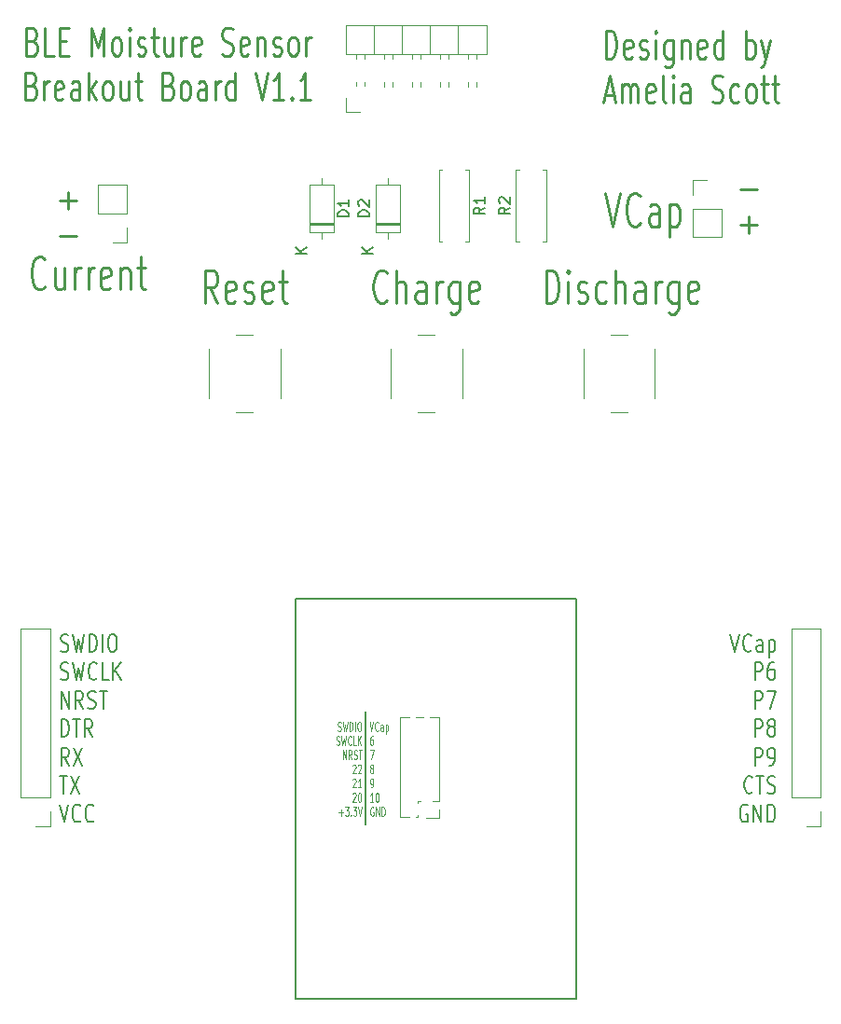
<source format=gto>
G04 #@! TF.GenerationSoftware,KiCad,Pcbnew,6.0.11-2627ca5db0~126~ubuntu20.04.1*
G04 #@! TF.CreationDate,2023-07-01T13:06:28-04:00*
G04 #@! TF.ProjectId,MoistureSensorBreakout,4d6f6973-7475-4726-9553-656e736f7242,rev?*
G04 #@! TF.SameCoordinates,Original*
G04 #@! TF.FileFunction,Legend,Top*
G04 #@! TF.FilePolarity,Positive*
%FSLAX46Y46*%
G04 Gerber Fmt 4.6, Leading zero omitted, Abs format (unit mm)*
G04 Created by KiCad (PCBNEW 6.0.11-2627ca5db0~126~ubuntu20.04.1) date 2023-07-01 13:06:28*
%MOMM*%
%LPD*%
G01*
G04 APERTURE LIST*
%ADD10C,0.250000*%
%ADD11C,0.150000*%
%ADD12C,0.100000*%
%ADD13C,0.120000*%
%ADD14R,1.700000X1.700000*%
%ADD15O,1.700000X1.700000*%
%ADD16R,1.600000X1.600000*%
%ADD17O,1.600000X1.600000*%
%ADD18C,2.000000*%
%ADD19C,1.600000*%
%ADD20O,1.000000X1.000000*%
%ADD21R,1.000000X1.000000*%
G04 APERTURE END LIST*
D10*
X163817261Y-53618452D02*
X163817261Y-51118452D01*
X164222023Y-51118452D01*
X164464880Y-51237500D01*
X164626785Y-51475595D01*
X164707738Y-51713690D01*
X164788690Y-52189880D01*
X164788690Y-52547023D01*
X164707738Y-53023214D01*
X164626785Y-53261309D01*
X164464880Y-53499404D01*
X164222023Y-53618452D01*
X163817261Y-53618452D01*
X166164880Y-53499404D02*
X166002976Y-53618452D01*
X165679166Y-53618452D01*
X165517261Y-53499404D01*
X165436309Y-53261309D01*
X165436309Y-52308928D01*
X165517261Y-52070833D01*
X165679166Y-51951785D01*
X166002976Y-51951785D01*
X166164880Y-52070833D01*
X166245833Y-52308928D01*
X166245833Y-52547023D01*
X165436309Y-52785119D01*
X166893452Y-53499404D02*
X167055357Y-53618452D01*
X167379166Y-53618452D01*
X167541071Y-53499404D01*
X167622023Y-53261309D01*
X167622023Y-53142261D01*
X167541071Y-52904166D01*
X167379166Y-52785119D01*
X167136309Y-52785119D01*
X166974404Y-52666071D01*
X166893452Y-52427976D01*
X166893452Y-52308928D01*
X166974404Y-52070833D01*
X167136309Y-51951785D01*
X167379166Y-51951785D01*
X167541071Y-52070833D01*
X168350595Y-53618452D02*
X168350595Y-51951785D01*
X168350595Y-51118452D02*
X168269642Y-51237500D01*
X168350595Y-51356547D01*
X168431547Y-51237500D01*
X168350595Y-51118452D01*
X168350595Y-51356547D01*
X169888690Y-51951785D02*
X169888690Y-53975595D01*
X169807738Y-54213690D01*
X169726785Y-54332738D01*
X169564880Y-54451785D01*
X169322023Y-54451785D01*
X169160119Y-54332738D01*
X169888690Y-53499404D02*
X169726785Y-53618452D01*
X169402976Y-53618452D01*
X169241071Y-53499404D01*
X169160119Y-53380357D01*
X169079166Y-53142261D01*
X169079166Y-52427976D01*
X169160119Y-52189880D01*
X169241071Y-52070833D01*
X169402976Y-51951785D01*
X169726785Y-51951785D01*
X169888690Y-52070833D01*
X170698214Y-51951785D02*
X170698214Y-53618452D01*
X170698214Y-52189880D02*
X170779166Y-52070833D01*
X170941071Y-51951785D01*
X171183928Y-51951785D01*
X171345833Y-52070833D01*
X171426785Y-52308928D01*
X171426785Y-53618452D01*
X172883928Y-53499404D02*
X172722023Y-53618452D01*
X172398214Y-53618452D01*
X172236309Y-53499404D01*
X172155357Y-53261309D01*
X172155357Y-52308928D01*
X172236309Y-52070833D01*
X172398214Y-51951785D01*
X172722023Y-51951785D01*
X172883928Y-52070833D01*
X172964880Y-52308928D01*
X172964880Y-52547023D01*
X172155357Y-52785119D01*
X174422023Y-53618452D02*
X174422023Y-51118452D01*
X174422023Y-53499404D02*
X174260119Y-53618452D01*
X173936309Y-53618452D01*
X173774404Y-53499404D01*
X173693452Y-53380357D01*
X173612500Y-53142261D01*
X173612500Y-52427976D01*
X173693452Y-52189880D01*
X173774404Y-52070833D01*
X173936309Y-51951785D01*
X174260119Y-51951785D01*
X174422023Y-52070833D01*
X176526785Y-53618452D02*
X176526785Y-51118452D01*
X176526785Y-52070833D02*
X176688690Y-51951785D01*
X177012500Y-51951785D01*
X177174404Y-52070833D01*
X177255357Y-52189880D01*
X177336309Y-52427976D01*
X177336309Y-53142261D01*
X177255357Y-53380357D01*
X177174404Y-53499404D01*
X177012500Y-53618452D01*
X176688690Y-53618452D01*
X176526785Y-53499404D01*
X177902976Y-51951785D02*
X178307738Y-53618452D01*
X178712500Y-51951785D02*
X178307738Y-53618452D01*
X178145833Y-54213690D01*
X178064880Y-54332738D01*
X177902976Y-54451785D01*
X163736309Y-56929166D02*
X164545833Y-56929166D01*
X163574404Y-57643452D02*
X164141071Y-55143452D01*
X164707738Y-57643452D01*
X165274404Y-57643452D02*
X165274404Y-55976785D01*
X165274404Y-56214880D02*
X165355357Y-56095833D01*
X165517261Y-55976785D01*
X165760119Y-55976785D01*
X165922023Y-56095833D01*
X166002976Y-56333928D01*
X166002976Y-57643452D01*
X166002976Y-56333928D02*
X166083928Y-56095833D01*
X166245833Y-55976785D01*
X166488690Y-55976785D01*
X166650595Y-56095833D01*
X166731547Y-56333928D01*
X166731547Y-57643452D01*
X168188690Y-57524404D02*
X168026785Y-57643452D01*
X167702976Y-57643452D01*
X167541071Y-57524404D01*
X167460119Y-57286309D01*
X167460119Y-56333928D01*
X167541071Y-56095833D01*
X167702976Y-55976785D01*
X168026785Y-55976785D01*
X168188690Y-56095833D01*
X168269642Y-56333928D01*
X168269642Y-56572023D01*
X167460119Y-56810119D01*
X169241071Y-57643452D02*
X169079166Y-57524404D01*
X168998214Y-57286309D01*
X168998214Y-55143452D01*
X169888690Y-57643452D02*
X169888690Y-55976785D01*
X169888690Y-55143452D02*
X169807738Y-55262500D01*
X169888690Y-55381547D01*
X169969642Y-55262500D01*
X169888690Y-55143452D01*
X169888690Y-55381547D01*
X171426785Y-57643452D02*
X171426785Y-56333928D01*
X171345833Y-56095833D01*
X171183928Y-55976785D01*
X170860119Y-55976785D01*
X170698214Y-56095833D01*
X171426785Y-57524404D02*
X171264880Y-57643452D01*
X170860119Y-57643452D01*
X170698214Y-57524404D01*
X170617261Y-57286309D01*
X170617261Y-57048214D01*
X170698214Y-56810119D01*
X170860119Y-56691071D01*
X171264880Y-56691071D01*
X171426785Y-56572023D01*
X173450595Y-57524404D02*
X173693452Y-57643452D01*
X174098214Y-57643452D01*
X174260119Y-57524404D01*
X174341071Y-57405357D01*
X174422023Y-57167261D01*
X174422023Y-56929166D01*
X174341071Y-56691071D01*
X174260119Y-56572023D01*
X174098214Y-56452976D01*
X173774404Y-56333928D01*
X173612500Y-56214880D01*
X173531547Y-56095833D01*
X173450595Y-55857738D01*
X173450595Y-55619642D01*
X173531547Y-55381547D01*
X173612500Y-55262500D01*
X173774404Y-55143452D01*
X174179166Y-55143452D01*
X174422023Y-55262500D01*
X175879166Y-57524404D02*
X175717261Y-57643452D01*
X175393452Y-57643452D01*
X175231547Y-57524404D01*
X175150595Y-57405357D01*
X175069642Y-57167261D01*
X175069642Y-56452976D01*
X175150595Y-56214880D01*
X175231547Y-56095833D01*
X175393452Y-55976785D01*
X175717261Y-55976785D01*
X175879166Y-56095833D01*
X176850595Y-57643452D02*
X176688690Y-57524404D01*
X176607738Y-57405357D01*
X176526785Y-57167261D01*
X176526785Y-56452976D01*
X176607738Y-56214880D01*
X176688690Y-56095833D01*
X176850595Y-55976785D01*
X177093452Y-55976785D01*
X177255357Y-56095833D01*
X177336309Y-56214880D01*
X177417261Y-56452976D01*
X177417261Y-57167261D01*
X177336309Y-57405357D01*
X177255357Y-57524404D01*
X177093452Y-57643452D01*
X176850595Y-57643452D01*
X177902976Y-55976785D02*
X178550595Y-55976785D01*
X178145833Y-55143452D02*
X178145833Y-57286309D01*
X178226785Y-57524404D01*
X178388690Y-57643452D01*
X178550595Y-57643452D01*
X178874404Y-55976785D02*
X179522023Y-55976785D01*
X179117261Y-55143452D02*
X179117261Y-57286309D01*
X179198214Y-57524404D01*
X179360119Y-57643452D01*
X179522023Y-57643452D01*
X111735714Y-52058928D02*
X111978571Y-52177976D01*
X112059523Y-52297023D01*
X112140476Y-52535119D01*
X112140476Y-52892261D01*
X112059523Y-53130357D01*
X111978571Y-53249404D01*
X111816666Y-53368452D01*
X111169047Y-53368452D01*
X111169047Y-50868452D01*
X111735714Y-50868452D01*
X111897619Y-50987500D01*
X111978571Y-51106547D01*
X112059523Y-51344642D01*
X112059523Y-51582738D01*
X111978571Y-51820833D01*
X111897619Y-51939880D01*
X111735714Y-52058928D01*
X111169047Y-52058928D01*
X113678571Y-53368452D02*
X112869047Y-53368452D01*
X112869047Y-50868452D01*
X114245238Y-52058928D02*
X114811904Y-52058928D01*
X115054761Y-53368452D02*
X114245238Y-53368452D01*
X114245238Y-50868452D01*
X115054761Y-50868452D01*
X117078571Y-53368452D02*
X117078571Y-50868452D01*
X117645238Y-52654166D01*
X118211904Y-50868452D01*
X118211904Y-53368452D01*
X119264285Y-53368452D02*
X119102380Y-53249404D01*
X119021428Y-53130357D01*
X118940476Y-52892261D01*
X118940476Y-52177976D01*
X119021428Y-51939880D01*
X119102380Y-51820833D01*
X119264285Y-51701785D01*
X119507142Y-51701785D01*
X119669047Y-51820833D01*
X119750000Y-51939880D01*
X119830952Y-52177976D01*
X119830952Y-52892261D01*
X119750000Y-53130357D01*
X119669047Y-53249404D01*
X119507142Y-53368452D01*
X119264285Y-53368452D01*
X120559523Y-53368452D02*
X120559523Y-51701785D01*
X120559523Y-50868452D02*
X120478571Y-50987500D01*
X120559523Y-51106547D01*
X120640476Y-50987500D01*
X120559523Y-50868452D01*
X120559523Y-51106547D01*
X121288095Y-53249404D02*
X121450000Y-53368452D01*
X121773809Y-53368452D01*
X121935714Y-53249404D01*
X122016666Y-53011309D01*
X122016666Y-52892261D01*
X121935714Y-52654166D01*
X121773809Y-52535119D01*
X121530952Y-52535119D01*
X121369047Y-52416071D01*
X121288095Y-52177976D01*
X121288095Y-52058928D01*
X121369047Y-51820833D01*
X121530952Y-51701785D01*
X121773809Y-51701785D01*
X121935714Y-51820833D01*
X122502380Y-51701785D02*
X123150000Y-51701785D01*
X122745238Y-50868452D02*
X122745238Y-53011309D01*
X122826190Y-53249404D01*
X122988095Y-53368452D01*
X123150000Y-53368452D01*
X124445238Y-51701785D02*
X124445238Y-53368452D01*
X123716666Y-51701785D02*
X123716666Y-53011309D01*
X123797619Y-53249404D01*
X123959523Y-53368452D01*
X124202380Y-53368452D01*
X124364285Y-53249404D01*
X124445238Y-53130357D01*
X125254761Y-53368452D02*
X125254761Y-51701785D01*
X125254761Y-52177976D02*
X125335714Y-51939880D01*
X125416666Y-51820833D01*
X125578571Y-51701785D01*
X125740476Y-51701785D01*
X126954761Y-53249404D02*
X126792857Y-53368452D01*
X126469047Y-53368452D01*
X126307142Y-53249404D01*
X126226190Y-53011309D01*
X126226190Y-52058928D01*
X126307142Y-51820833D01*
X126469047Y-51701785D01*
X126792857Y-51701785D01*
X126954761Y-51820833D01*
X127035714Y-52058928D01*
X127035714Y-52297023D01*
X126226190Y-52535119D01*
X128978571Y-53249404D02*
X129221428Y-53368452D01*
X129626190Y-53368452D01*
X129788095Y-53249404D01*
X129869047Y-53130357D01*
X129950000Y-52892261D01*
X129950000Y-52654166D01*
X129869047Y-52416071D01*
X129788095Y-52297023D01*
X129626190Y-52177976D01*
X129302380Y-52058928D01*
X129140476Y-51939880D01*
X129059523Y-51820833D01*
X128978571Y-51582738D01*
X128978571Y-51344642D01*
X129059523Y-51106547D01*
X129140476Y-50987500D01*
X129302380Y-50868452D01*
X129707142Y-50868452D01*
X129950000Y-50987500D01*
X131326190Y-53249404D02*
X131164285Y-53368452D01*
X130840476Y-53368452D01*
X130678571Y-53249404D01*
X130597619Y-53011309D01*
X130597619Y-52058928D01*
X130678571Y-51820833D01*
X130840476Y-51701785D01*
X131164285Y-51701785D01*
X131326190Y-51820833D01*
X131407142Y-52058928D01*
X131407142Y-52297023D01*
X130597619Y-52535119D01*
X132135714Y-51701785D02*
X132135714Y-53368452D01*
X132135714Y-51939880D02*
X132216666Y-51820833D01*
X132378571Y-51701785D01*
X132621428Y-51701785D01*
X132783333Y-51820833D01*
X132864285Y-52058928D01*
X132864285Y-53368452D01*
X133592857Y-53249404D02*
X133754761Y-53368452D01*
X134078571Y-53368452D01*
X134240476Y-53249404D01*
X134321428Y-53011309D01*
X134321428Y-52892261D01*
X134240476Y-52654166D01*
X134078571Y-52535119D01*
X133835714Y-52535119D01*
X133673809Y-52416071D01*
X133592857Y-52177976D01*
X133592857Y-52058928D01*
X133673809Y-51820833D01*
X133835714Y-51701785D01*
X134078571Y-51701785D01*
X134240476Y-51820833D01*
X135292857Y-53368452D02*
X135130952Y-53249404D01*
X135050000Y-53130357D01*
X134969047Y-52892261D01*
X134969047Y-52177976D01*
X135050000Y-51939880D01*
X135130952Y-51820833D01*
X135292857Y-51701785D01*
X135535714Y-51701785D01*
X135697619Y-51820833D01*
X135778571Y-51939880D01*
X135859523Y-52177976D01*
X135859523Y-52892261D01*
X135778571Y-53130357D01*
X135697619Y-53249404D01*
X135535714Y-53368452D01*
X135292857Y-53368452D01*
X136588095Y-53368452D02*
X136588095Y-51701785D01*
X136588095Y-52177976D02*
X136669047Y-51939880D01*
X136750000Y-51820833D01*
X136911904Y-51701785D01*
X137073809Y-51701785D01*
X111654761Y-56083928D02*
X111897619Y-56202976D01*
X111978571Y-56322023D01*
X112059523Y-56560119D01*
X112059523Y-56917261D01*
X111978571Y-57155357D01*
X111897619Y-57274404D01*
X111735714Y-57393452D01*
X111088095Y-57393452D01*
X111088095Y-54893452D01*
X111654761Y-54893452D01*
X111816666Y-55012500D01*
X111897619Y-55131547D01*
X111978571Y-55369642D01*
X111978571Y-55607738D01*
X111897619Y-55845833D01*
X111816666Y-55964880D01*
X111654761Y-56083928D01*
X111088095Y-56083928D01*
X112788095Y-57393452D02*
X112788095Y-55726785D01*
X112788095Y-56202976D02*
X112869047Y-55964880D01*
X112950000Y-55845833D01*
X113111904Y-55726785D01*
X113273809Y-55726785D01*
X114488095Y-57274404D02*
X114326190Y-57393452D01*
X114002380Y-57393452D01*
X113840476Y-57274404D01*
X113759523Y-57036309D01*
X113759523Y-56083928D01*
X113840476Y-55845833D01*
X114002380Y-55726785D01*
X114326190Y-55726785D01*
X114488095Y-55845833D01*
X114569047Y-56083928D01*
X114569047Y-56322023D01*
X113759523Y-56560119D01*
X116026190Y-57393452D02*
X116026190Y-56083928D01*
X115945238Y-55845833D01*
X115783333Y-55726785D01*
X115459523Y-55726785D01*
X115297619Y-55845833D01*
X116026190Y-57274404D02*
X115864285Y-57393452D01*
X115459523Y-57393452D01*
X115297619Y-57274404D01*
X115216666Y-57036309D01*
X115216666Y-56798214D01*
X115297619Y-56560119D01*
X115459523Y-56441071D01*
X115864285Y-56441071D01*
X116026190Y-56322023D01*
X116835714Y-57393452D02*
X116835714Y-54893452D01*
X116997619Y-56441071D02*
X117483333Y-57393452D01*
X117483333Y-55726785D02*
X116835714Y-56679166D01*
X118454761Y-57393452D02*
X118292857Y-57274404D01*
X118211904Y-57155357D01*
X118130952Y-56917261D01*
X118130952Y-56202976D01*
X118211904Y-55964880D01*
X118292857Y-55845833D01*
X118454761Y-55726785D01*
X118697619Y-55726785D01*
X118859523Y-55845833D01*
X118940476Y-55964880D01*
X119021428Y-56202976D01*
X119021428Y-56917261D01*
X118940476Y-57155357D01*
X118859523Y-57274404D01*
X118697619Y-57393452D01*
X118454761Y-57393452D01*
X120478571Y-55726785D02*
X120478571Y-57393452D01*
X119750000Y-55726785D02*
X119750000Y-57036309D01*
X119830952Y-57274404D01*
X119992857Y-57393452D01*
X120235714Y-57393452D01*
X120397619Y-57274404D01*
X120478571Y-57155357D01*
X121045238Y-55726785D02*
X121692857Y-55726785D01*
X121288095Y-54893452D02*
X121288095Y-57036309D01*
X121369047Y-57274404D01*
X121530952Y-57393452D01*
X121692857Y-57393452D01*
X124121428Y-56083928D02*
X124364285Y-56202976D01*
X124445238Y-56322023D01*
X124526190Y-56560119D01*
X124526190Y-56917261D01*
X124445238Y-57155357D01*
X124364285Y-57274404D01*
X124202380Y-57393452D01*
X123554761Y-57393452D01*
X123554761Y-54893452D01*
X124121428Y-54893452D01*
X124283333Y-55012500D01*
X124364285Y-55131547D01*
X124445238Y-55369642D01*
X124445238Y-55607738D01*
X124364285Y-55845833D01*
X124283333Y-55964880D01*
X124121428Y-56083928D01*
X123554761Y-56083928D01*
X125497619Y-57393452D02*
X125335714Y-57274404D01*
X125254761Y-57155357D01*
X125173809Y-56917261D01*
X125173809Y-56202976D01*
X125254761Y-55964880D01*
X125335714Y-55845833D01*
X125497619Y-55726785D01*
X125740476Y-55726785D01*
X125902380Y-55845833D01*
X125983333Y-55964880D01*
X126064285Y-56202976D01*
X126064285Y-56917261D01*
X125983333Y-57155357D01*
X125902380Y-57274404D01*
X125740476Y-57393452D01*
X125497619Y-57393452D01*
X127521428Y-57393452D02*
X127521428Y-56083928D01*
X127440476Y-55845833D01*
X127278571Y-55726785D01*
X126954761Y-55726785D01*
X126792857Y-55845833D01*
X127521428Y-57274404D02*
X127359523Y-57393452D01*
X126954761Y-57393452D01*
X126792857Y-57274404D01*
X126711904Y-57036309D01*
X126711904Y-56798214D01*
X126792857Y-56560119D01*
X126954761Y-56441071D01*
X127359523Y-56441071D01*
X127521428Y-56322023D01*
X128330952Y-57393452D02*
X128330952Y-55726785D01*
X128330952Y-56202976D02*
X128411904Y-55964880D01*
X128492857Y-55845833D01*
X128654761Y-55726785D01*
X128816666Y-55726785D01*
X130111904Y-57393452D02*
X130111904Y-54893452D01*
X130111904Y-57274404D02*
X129950000Y-57393452D01*
X129626190Y-57393452D01*
X129464285Y-57274404D01*
X129383333Y-57155357D01*
X129302380Y-56917261D01*
X129302380Y-56202976D01*
X129383333Y-55964880D01*
X129464285Y-55845833D01*
X129626190Y-55726785D01*
X129950000Y-55726785D01*
X130111904Y-55845833D01*
X131973809Y-54893452D02*
X132540476Y-57393452D01*
X133107142Y-54893452D01*
X134564285Y-57393452D02*
X133592857Y-57393452D01*
X134078571Y-57393452D02*
X134078571Y-54893452D01*
X133916666Y-55250595D01*
X133754761Y-55488690D01*
X133592857Y-55607738D01*
X135292857Y-57155357D02*
X135373809Y-57274404D01*
X135292857Y-57393452D01*
X135211904Y-57274404D01*
X135292857Y-57155357D01*
X135292857Y-57393452D01*
X136992857Y-57393452D02*
X136021428Y-57393452D01*
X136507142Y-57393452D02*
X136507142Y-54893452D01*
X136345238Y-55250595D01*
X136183333Y-55488690D01*
X136021428Y-55607738D01*
X158392857Y-75857142D02*
X158392857Y-72857142D01*
X158869047Y-72857142D01*
X159154761Y-73000000D01*
X159345238Y-73285714D01*
X159440476Y-73571428D01*
X159535714Y-74142857D01*
X159535714Y-74571428D01*
X159440476Y-75142857D01*
X159345238Y-75428571D01*
X159154761Y-75714285D01*
X158869047Y-75857142D01*
X158392857Y-75857142D01*
X160392857Y-75857142D02*
X160392857Y-73857142D01*
X160392857Y-72857142D02*
X160297619Y-73000000D01*
X160392857Y-73142857D01*
X160488095Y-73000000D01*
X160392857Y-72857142D01*
X160392857Y-73142857D01*
X161250000Y-75714285D02*
X161440476Y-75857142D01*
X161821428Y-75857142D01*
X162011904Y-75714285D01*
X162107142Y-75428571D01*
X162107142Y-75285714D01*
X162011904Y-75000000D01*
X161821428Y-74857142D01*
X161535714Y-74857142D01*
X161345238Y-74714285D01*
X161250000Y-74428571D01*
X161250000Y-74285714D01*
X161345238Y-74000000D01*
X161535714Y-73857142D01*
X161821428Y-73857142D01*
X162011904Y-74000000D01*
X163821428Y-75714285D02*
X163630952Y-75857142D01*
X163250000Y-75857142D01*
X163059523Y-75714285D01*
X162964285Y-75571428D01*
X162869047Y-75285714D01*
X162869047Y-74428571D01*
X162964285Y-74142857D01*
X163059523Y-74000000D01*
X163250000Y-73857142D01*
X163630952Y-73857142D01*
X163821428Y-74000000D01*
X164678571Y-75857142D02*
X164678571Y-72857142D01*
X165535714Y-75857142D02*
X165535714Y-74285714D01*
X165440476Y-74000000D01*
X165250000Y-73857142D01*
X164964285Y-73857142D01*
X164773809Y-74000000D01*
X164678571Y-74142857D01*
X167345238Y-75857142D02*
X167345238Y-74285714D01*
X167250000Y-74000000D01*
X167059523Y-73857142D01*
X166678571Y-73857142D01*
X166488095Y-74000000D01*
X167345238Y-75714285D02*
X167154761Y-75857142D01*
X166678571Y-75857142D01*
X166488095Y-75714285D01*
X166392857Y-75428571D01*
X166392857Y-75142857D01*
X166488095Y-74857142D01*
X166678571Y-74714285D01*
X167154761Y-74714285D01*
X167345238Y-74571428D01*
X168297619Y-75857142D02*
X168297619Y-73857142D01*
X168297619Y-74428571D02*
X168392857Y-74142857D01*
X168488095Y-74000000D01*
X168678571Y-73857142D01*
X168869047Y-73857142D01*
X170392857Y-73857142D02*
X170392857Y-76285714D01*
X170297619Y-76571428D01*
X170202380Y-76714285D01*
X170011904Y-76857142D01*
X169726190Y-76857142D01*
X169535714Y-76714285D01*
X170392857Y-75714285D02*
X170202380Y-75857142D01*
X169821428Y-75857142D01*
X169630952Y-75714285D01*
X169535714Y-75571428D01*
X169440476Y-75285714D01*
X169440476Y-74428571D01*
X169535714Y-74142857D01*
X169630952Y-74000000D01*
X169821428Y-73857142D01*
X170202380Y-73857142D01*
X170392857Y-74000000D01*
X172107142Y-75714285D02*
X171916666Y-75857142D01*
X171535714Y-75857142D01*
X171345238Y-75714285D01*
X171250000Y-75428571D01*
X171250000Y-74285714D01*
X171345238Y-74000000D01*
X171535714Y-73857142D01*
X171916666Y-73857142D01*
X172107142Y-74000000D01*
X172202380Y-74285714D01*
X172202380Y-74571428D01*
X171250000Y-74857142D01*
X143928571Y-75571428D02*
X143833333Y-75714285D01*
X143547619Y-75857142D01*
X143357142Y-75857142D01*
X143071428Y-75714285D01*
X142880952Y-75428571D01*
X142785714Y-75142857D01*
X142690476Y-74571428D01*
X142690476Y-74142857D01*
X142785714Y-73571428D01*
X142880952Y-73285714D01*
X143071428Y-73000000D01*
X143357142Y-72857142D01*
X143547619Y-72857142D01*
X143833333Y-73000000D01*
X143928571Y-73142857D01*
X144785714Y-75857142D02*
X144785714Y-72857142D01*
X145642857Y-75857142D02*
X145642857Y-74285714D01*
X145547619Y-74000000D01*
X145357142Y-73857142D01*
X145071428Y-73857142D01*
X144880952Y-74000000D01*
X144785714Y-74142857D01*
X147452380Y-75857142D02*
X147452380Y-74285714D01*
X147357142Y-74000000D01*
X147166666Y-73857142D01*
X146785714Y-73857142D01*
X146595238Y-74000000D01*
X147452380Y-75714285D02*
X147261904Y-75857142D01*
X146785714Y-75857142D01*
X146595238Y-75714285D01*
X146500000Y-75428571D01*
X146500000Y-75142857D01*
X146595238Y-74857142D01*
X146785714Y-74714285D01*
X147261904Y-74714285D01*
X147452380Y-74571428D01*
X148404761Y-75857142D02*
X148404761Y-73857142D01*
X148404761Y-74428571D02*
X148500000Y-74142857D01*
X148595238Y-74000000D01*
X148785714Y-73857142D01*
X148976190Y-73857142D01*
X150500000Y-73857142D02*
X150500000Y-76285714D01*
X150404761Y-76571428D01*
X150309523Y-76714285D01*
X150119047Y-76857142D01*
X149833333Y-76857142D01*
X149642857Y-76714285D01*
X150500000Y-75714285D02*
X150309523Y-75857142D01*
X149928571Y-75857142D01*
X149738095Y-75714285D01*
X149642857Y-75571428D01*
X149547619Y-75285714D01*
X149547619Y-74428571D01*
X149642857Y-74142857D01*
X149738095Y-74000000D01*
X149928571Y-73857142D01*
X150309523Y-73857142D01*
X150500000Y-74000000D01*
X152214285Y-75714285D02*
X152023809Y-75857142D01*
X151642857Y-75857142D01*
X151452380Y-75714285D01*
X151357142Y-75428571D01*
X151357142Y-74285714D01*
X151452380Y-74000000D01*
X151642857Y-73857142D01*
X152023809Y-73857142D01*
X152214285Y-74000000D01*
X152309523Y-74285714D01*
X152309523Y-74571428D01*
X151357142Y-74857142D01*
X128523809Y-75857142D02*
X127857142Y-74428571D01*
X127380952Y-75857142D02*
X127380952Y-72857142D01*
X128142857Y-72857142D01*
X128333333Y-73000000D01*
X128428571Y-73142857D01*
X128523809Y-73428571D01*
X128523809Y-73857142D01*
X128428571Y-74142857D01*
X128333333Y-74285714D01*
X128142857Y-74428571D01*
X127380952Y-74428571D01*
X130142857Y-75714285D02*
X129952380Y-75857142D01*
X129571428Y-75857142D01*
X129380952Y-75714285D01*
X129285714Y-75428571D01*
X129285714Y-74285714D01*
X129380952Y-74000000D01*
X129571428Y-73857142D01*
X129952380Y-73857142D01*
X130142857Y-74000000D01*
X130238095Y-74285714D01*
X130238095Y-74571428D01*
X129285714Y-74857142D01*
X131000000Y-75714285D02*
X131190476Y-75857142D01*
X131571428Y-75857142D01*
X131761904Y-75714285D01*
X131857142Y-75428571D01*
X131857142Y-75285714D01*
X131761904Y-75000000D01*
X131571428Y-74857142D01*
X131285714Y-74857142D01*
X131095238Y-74714285D01*
X131000000Y-74428571D01*
X131000000Y-74285714D01*
X131095238Y-74000000D01*
X131285714Y-73857142D01*
X131571428Y-73857142D01*
X131761904Y-74000000D01*
X133476190Y-75714285D02*
X133285714Y-75857142D01*
X132904761Y-75857142D01*
X132714285Y-75714285D01*
X132619047Y-75428571D01*
X132619047Y-74285714D01*
X132714285Y-74000000D01*
X132904761Y-73857142D01*
X133285714Y-73857142D01*
X133476190Y-74000000D01*
X133571428Y-74285714D01*
X133571428Y-74571428D01*
X132619047Y-74857142D01*
X134142857Y-73857142D02*
X134904761Y-73857142D01*
X134428571Y-72857142D02*
X134428571Y-75428571D01*
X134523809Y-75714285D01*
X134714285Y-75857142D01*
X134904761Y-75857142D01*
D11*
X114326071Y-107419619D02*
X114497500Y-107495809D01*
X114783214Y-107495809D01*
X114897500Y-107419619D01*
X114954642Y-107343428D01*
X115011785Y-107191047D01*
X115011785Y-107038666D01*
X114954642Y-106886285D01*
X114897500Y-106810095D01*
X114783214Y-106733904D01*
X114554642Y-106657714D01*
X114440357Y-106581523D01*
X114383214Y-106505333D01*
X114326071Y-106352952D01*
X114326071Y-106200571D01*
X114383214Y-106048190D01*
X114440357Y-105972000D01*
X114554642Y-105895809D01*
X114840357Y-105895809D01*
X115011785Y-105972000D01*
X115411785Y-105895809D02*
X115697500Y-107495809D01*
X115926071Y-106352952D01*
X116154642Y-107495809D01*
X116440357Y-105895809D01*
X116897500Y-107495809D02*
X116897500Y-105895809D01*
X117183214Y-105895809D01*
X117354642Y-105972000D01*
X117468928Y-106124380D01*
X117526071Y-106276761D01*
X117583214Y-106581523D01*
X117583214Y-106810095D01*
X117526071Y-107114857D01*
X117468928Y-107267238D01*
X117354642Y-107419619D01*
X117183214Y-107495809D01*
X116897500Y-107495809D01*
X118097500Y-107495809D02*
X118097500Y-105895809D01*
X118897500Y-105895809D02*
X119126071Y-105895809D01*
X119240357Y-105972000D01*
X119354642Y-106124380D01*
X119411785Y-106429142D01*
X119411785Y-106962476D01*
X119354642Y-107267238D01*
X119240357Y-107419619D01*
X119126071Y-107495809D01*
X118897500Y-107495809D01*
X118783214Y-107419619D01*
X118668928Y-107267238D01*
X118611785Y-106962476D01*
X118611785Y-106429142D01*
X118668928Y-106124380D01*
X118783214Y-105972000D01*
X118897500Y-105895809D01*
X114326071Y-109995619D02*
X114497500Y-110071809D01*
X114783214Y-110071809D01*
X114897500Y-109995619D01*
X114954642Y-109919428D01*
X115011785Y-109767047D01*
X115011785Y-109614666D01*
X114954642Y-109462285D01*
X114897500Y-109386095D01*
X114783214Y-109309904D01*
X114554642Y-109233714D01*
X114440357Y-109157523D01*
X114383214Y-109081333D01*
X114326071Y-108928952D01*
X114326071Y-108776571D01*
X114383214Y-108624190D01*
X114440357Y-108548000D01*
X114554642Y-108471809D01*
X114840357Y-108471809D01*
X115011785Y-108548000D01*
X115411785Y-108471809D02*
X115697500Y-110071809D01*
X115926071Y-108928952D01*
X116154642Y-110071809D01*
X116440357Y-108471809D01*
X117583214Y-109919428D02*
X117526071Y-109995619D01*
X117354642Y-110071809D01*
X117240357Y-110071809D01*
X117068928Y-109995619D01*
X116954642Y-109843238D01*
X116897500Y-109690857D01*
X116840357Y-109386095D01*
X116840357Y-109157523D01*
X116897500Y-108852761D01*
X116954642Y-108700380D01*
X117068928Y-108548000D01*
X117240357Y-108471809D01*
X117354642Y-108471809D01*
X117526071Y-108548000D01*
X117583214Y-108624190D01*
X118668928Y-110071809D02*
X118097500Y-110071809D01*
X118097500Y-108471809D01*
X119068928Y-110071809D02*
X119068928Y-108471809D01*
X119754642Y-110071809D02*
X119240357Y-109157523D01*
X119754642Y-108471809D02*
X119068928Y-109386095D01*
X114383214Y-112647809D02*
X114383214Y-111047809D01*
X115068928Y-112647809D01*
X115068928Y-111047809D01*
X116326071Y-112647809D02*
X115926071Y-111885904D01*
X115640357Y-112647809D02*
X115640357Y-111047809D01*
X116097500Y-111047809D01*
X116211785Y-111124000D01*
X116268928Y-111200190D01*
X116326071Y-111352571D01*
X116326071Y-111581142D01*
X116268928Y-111733523D01*
X116211785Y-111809714D01*
X116097500Y-111885904D01*
X115640357Y-111885904D01*
X116783214Y-112571619D02*
X116954642Y-112647809D01*
X117240357Y-112647809D01*
X117354642Y-112571619D01*
X117411785Y-112495428D01*
X117468928Y-112343047D01*
X117468928Y-112190666D01*
X117411785Y-112038285D01*
X117354642Y-111962095D01*
X117240357Y-111885904D01*
X117011785Y-111809714D01*
X116897500Y-111733523D01*
X116840357Y-111657333D01*
X116783214Y-111504952D01*
X116783214Y-111352571D01*
X116840357Y-111200190D01*
X116897500Y-111124000D01*
X117011785Y-111047809D01*
X117297500Y-111047809D01*
X117468928Y-111124000D01*
X117811785Y-111047809D02*
X118497500Y-111047809D01*
X118154642Y-112647809D02*
X118154642Y-111047809D01*
X114383214Y-115223809D02*
X114383214Y-113623809D01*
X114668928Y-113623809D01*
X114840357Y-113700000D01*
X114954642Y-113852380D01*
X115011785Y-114004761D01*
X115068928Y-114309523D01*
X115068928Y-114538095D01*
X115011785Y-114842857D01*
X114954642Y-114995238D01*
X114840357Y-115147619D01*
X114668928Y-115223809D01*
X114383214Y-115223809D01*
X115411785Y-113623809D02*
X116097500Y-113623809D01*
X115754642Y-115223809D02*
X115754642Y-113623809D01*
X117183214Y-115223809D02*
X116783214Y-114461904D01*
X116497500Y-115223809D02*
X116497500Y-113623809D01*
X116954642Y-113623809D01*
X117068928Y-113700000D01*
X117126071Y-113776190D01*
X117183214Y-113928571D01*
X117183214Y-114157142D01*
X117126071Y-114309523D01*
X117068928Y-114385714D01*
X116954642Y-114461904D01*
X116497500Y-114461904D01*
X115068928Y-117799809D02*
X114668928Y-117037904D01*
X114383214Y-117799809D02*
X114383214Y-116199809D01*
X114840357Y-116199809D01*
X114954642Y-116276000D01*
X115011785Y-116352190D01*
X115068928Y-116504571D01*
X115068928Y-116733142D01*
X115011785Y-116885523D01*
X114954642Y-116961714D01*
X114840357Y-117037904D01*
X114383214Y-117037904D01*
X115468928Y-116199809D02*
X116268928Y-117799809D01*
X116268928Y-116199809D02*
X115468928Y-117799809D01*
X114211785Y-118775809D02*
X114897500Y-118775809D01*
X114554642Y-120375809D02*
X114554642Y-118775809D01*
X115183214Y-118775809D02*
X115983214Y-120375809D01*
X115983214Y-118775809D02*
X115183214Y-120375809D01*
X114211785Y-121351809D02*
X114611785Y-122951809D01*
X115011785Y-121351809D01*
X116097500Y-122799428D02*
X116040357Y-122875619D01*
X115868928Y-122951809D01*
X115754642Y-122951809D01*
X115583214Y-122875619D01*
X115468928Y-122723238D01*
X115411785Y-122570857D01*
X115354642Y-122266095D01*
X115354642Y-122037523D01*
X115411785Y-121732761D01*
X115468928Y-121580380D01*
X115583214Y-121428000D01*
X115754642Y-121351809D01*
X115868928Y-121351809D01*
X116040357Y-121428000D01*
X116097500Y-121504190D01*
X117297500Y-122799428D02*
X117240357Y-122875619D01*
X117068928Y-122951809D01*
X116954642Y-122951809D01*
X116783214Y-122875619D01*
X116668928Y-122723238D01*
X116611785Y-122570857D01*
X116554642Y-122266095D01*
X116554642Y-122037523D01*
X116611785Y-121732761D01*
X116668928Y-121580380D01*
X116783214Y-121428000D01*
X116954642Y-121351809D01*
X117068928Y-121351809D01*
X117240357Y-121428000D01*
X117297500Y-121504190D01*
X175116785Y-105895809D02*
X175516785Y-107495809D01*
X175916785Y-105895809D01*
X177002500Y-107343428D02*
X176945357Y-107419619D01*
X176773928Y-107495809D01*
X176659642Y-107495809D01*
X176488214Y-107419619D01*
X176373928Y-107267238D01*
X176316785Y-107114857D01*
X176259642Y-106810095D01*
X176259642Y-106581523D01*
X176316785Y-106276761D01*
X176373928Y-106124380D01*
X176488214Y-105972000D01*
X176659642Y-105895809D01*
X176773928Y-105895809D01*
X176945357Y-105972000D01*
X177002500Y-106048190D01*
X178031071Y-107495809D02*
X178031071Y-106657714D01*
X177973928Y-106505333D01*
X177859642Y-106429142D01*
X177631071Y-106429142D01*
X177516785Y-106505333D01*
X178031071Y-107419619D02*
X177916785Y-107495809D01*
X177631071Y-107495809D01*
X177516785Y-107419619D01*
X177459642Y-107267238D01*
X177459642Y-107114857D01*
X177516785Y-106962476D01*
X177631071Y-106886285D01*
X177916785Y-106886285D01*
X178031071Y-106810095D01*
X178602500Y-106429142D02*
X178602500Y-108029142D01*
X178602500Y-106505333D02*
X178716785Y-106429142D01*
X178945357Y-106429142D01*
X179059642Y-106505333D01*
X179116785Y-106581523D01*
X179173928Y-106733904D01*
X179173928Y-107191047D01*
X179116785Y-107343428D01*
X179059642Y-107419619D01*
X178945357Y-107495809D01*
X178716785Y-107495809D01*
X178602500Y-107419619D01*
X177345357Y-110071809D02*
X177345357Y-108471809D01*
X177802500Y-108471809D01*
X177916785Y-108548000D01*
X177973928Y-108624190D01*
X178031071Y-108776571D01*
X178031071Y-109005142D01*
X177973928Y-109157523D01*
X177916785Y-109233714D01*
X177802500Y-109309904D01*
X177345357Y-109309904D01*
X179059642Y-108471809D02*
X178831071Y-108471809D01*
X178716785Y-108548000D01*
X178659642Y-108624190D01*
X178545357Y-108852761D01*
X178488214Y-109157523D01*
X178488214Y-109767047D01*
X178545357Y-109919428D01*
X178602500Y-109995619D01*
X178716785Y-110071809D01*
X178945357Y-110071809D01*
X179059642Y-109995619D01*
X179116785Y-109919428D01*
X179173928Y-109767047D01*
X179173928Y-109386095D01*
X179116785Y-109233714D01*
X179059642Y-109157523D01*
X178945357Y-109081333D01*
X178716785Y-109081333D01*
X178602500Y-109157523D01*
X178545357Y-109233714D01*
X178488214Y-109386095D01*
X177345357Y-112647809D02*
X177345357Y-111047809D01*
X177802500Y-111047809D01*
X177916785Y-111124000D01*
X177973928Y-111200190D01*
X178031071Y-111352571D01*
X178031071Y-111581142D01*
X177973928Y-111733523D01*
X177916785Y-111809714D01*
X177802500Y-111885904D01*
X177345357Y-111885904D01*
X178431071Y-111047809D02*
X179231071Y-111047809D01*
X178716785Y-112647809D01*
X177345357Y-115223809D02*
X177345357Y-113623809D01*
X177802500Y-113623809D01*
X177916785Y-113700000D01*
X177973928Y-113776190D01*
X178031071Y-113928571D01*
X178031071Y-114157142D01*
X177973928Y-114309523D01*
X177916785Y-114385714D01*
X177802500Y-114461904D01*
X177345357Y-114461904D01*
X178716785Y-114309523D02*
X178602500Y-114233333D01*
X178545357Y-114157142D01*
X178488214Y-114004761D01*
X178488214Y-113928571D01*
X178545357Y-113776190D01*
X178602500Y-113700000D01*
X178716785Y-113623809D01*
X178945357Y-113623809D01*
X179059642Y-113700000D01*
X179116785Y-113776190D01*
X179173928Y-113928571D01*
X179173928Y-114004761D01*
X179116785Y-114157142D01*
X179059642Y-114233333D01*
X178945357Y-114309523D01*
X178716785Y-114309523D01*
X178602500Y-114385714D01*
X178545357Y-114461904D01*
X178488214Y-114614285D01*
X178488214Y-114919047D01*
X178545357Y-115071428D01*
X178602500Y-115147619D01*
X178716785Y-115223809D01*
X178945357Y-115223809D01*
X179059642Y-115147619D01*
X179116785Y-115071428D01*
X179173928Y-114919047D01*
X179173928Y-114614285D01*
X179116785Y-114461904D01*
X179059642Y-114385714D01*
X178945357Y-114309523D01*
X177345357Y-117799809D02*
X177345357Y-116199809D01*
X177802500Y-116199809D01*
X177916785Y-116276000D01*
X177973928Y-116352190D01*
X178031071Y-116504571D01*
X178031071Y-116733142D01*
X177973928Y-116885523D01*
X177916785Y-116961714D01*
X177802500Y-117037904D01*
X177345357Y-117037904D01*
X178602500Y-117799809D02*
X178831071Y-117799809D01*
X178945357Y-117723619D01*
X179002500Y-117647428D01*
X179116785Y-117418857D01*
X179173928Y-117114095D01*
X179173928Y-116504571D01*
X179116785Y-116352190D01*
X179059642Y-116276000D01*
X178945357Y-116199809D01*
X178716785Y-116199809D01*
X178602500Y-116276000D01*
X178545357Y-116352190D01*
X178488214Y-116504571D01*
X178488214Y-116885523D01*
X178545357Y-117037904D01*
X178602500Y-117114095D01*
X178716785Y-117190285D01*
X178945357Y-117190285D01*
X179059642Y-117114095D01*
X179116785Y-117037904D01*
X179173928Y-116885523D01*
X177116785Y-120223428D02*
X177059642Y-120299619D01*
X176888214Y-120375809D01*
X176773928Y-120375809D01*
X176602500Y-120299619D01*
X176488214Y-120147238D01*
X176431071Y-119994857D01*
X176373928Y-119690095D01*
X176373928Y-119461523D01*
X176431071Y-119156761D01*
X176488214Y-119004380D01*
X176602500Y-118852000D01*
X176773928Y-118775809D01*
X176888214Y-118775809D01*
X177059642Y-118852000D01*
X177116785Y-118928190D01*
X177459642Y-118775809D02*
X178145357Y-118775809D01*
X177802500Y-120375809D02*
X177802500Y-118775809D01*
X178488214Y-120299619D02*
X178659642Y-120375809D01*
X178945357Y-120375809D01*
X179059642Y-120299619D01*
X179116785Y-120223428D01*
X179173928Y-120071047D01*
X179173928Y-119918666D01*
X179116785Y-119766285D01*
X179059642Y-119690095D01*
X178945357Y-119613904D01*
X178716785Y-119537714D01*
X178602500Y-119461523D01*
X178545357Y-119385333D01*
X178488214Y-119232952D01*
X178488214Y-119080571D01*
X178545357Y-118928190D01*
X178602500Y-118852000D01*
X178716785Y-118775809D01*
X179002500Y-118775809D01*
X179173928Y-118852000D01*
X176659642Y-121428000D02*
X176545357Y-121351809D01*
X176373928Y-121351809D01*
X176202500Y-121428000D01*
X176088214Y-121580380D01*
X176031071Y-121732761D01*
X175973928Y-122037523D01*
X175973928Y-122266095D01*
X176031071Y-122570857D01*
X176088214Y-122723238D01*
X176202500Y-122875619D01*
X176373928Y-122951809D01*
X176488214Y-122951809D01*
X176659642Y-122875619D01*
X176716785Y-122799428D01*
X176716785Y-122266095D01*
X176488214Y-122266095D01*
X177231071Y-122951809D02*
X177231071Y-121351809D01*
X177916785Y-122951809D01*
X177916785Y-121351809D01*
X178488214Y-122951809D02*
X178488214Y-121351809D01*
X178773928Y-121351809D01*
X178945357Y-121428000D01*
X179059642Y-121580380D01*
X179116785Y-121732761D01*
X179173928Y-122037523D01*
X179173928Y-122266095D01*
X179116785Y-122570857D01*
X179059642Y-122723238D01*
X178945357Y-122875619D01*
X178773928Y-122951809D01*
X178488214Y-122951809D01*
D10*
X114238095Y-66532857D02*
X115761904Y-66532857D01*
X115000000Y-67294761D02*
X115000000Y-65770952D01*
X114238095Y-69752857D02*
X115761904Y-69752857D01*
X112892857Y-74321428D02*
X112797619Y-74464285D01*
X112511904Y-74607142D01*
X112321428Y-74607142D01*
X112035714Y-74464285D01*
X111845238Y-74178571D01*
X111750000Y-73892857D01*
X111654761Y-73321428D01*
X111654761Y-72892857D01*
X111750000Y-72321428D01*
X111845238Y-72035714D01*
X112035714Y-71750000D01*
X112321428Y-71607142D01*
X112511904Y-71607142D01*
X112797619Y-71750000D01*
X112892857Y-71892857D01*
X114607142Y-72607142D02*
X114607142Y-74607142D01*
X113750000Y-72607142D02*
X113750000Y-74178571D01*
X113845238Y-74464285D01*
X114035714Y-74607142D01*
X114321428Y-74607142D01*
X114511904Y-74464285D01*
X114607142Y-74321428D01*
X115559523Y-74607142D02*
X115559523Y-72607142D01*
X115559523Y-73178571D02*
X115654761Y-72892857D01*
X115750000Y-72750000D01*
X115940476Y-72607142D01*
X116130952Y-72607142D01*
X116797619Y-74607142D02*
X116797619Y-72607142D01*
X116797619Y-73178571D02*
X116892857Y-72892857D01*
X116988095Y-72750000D01*
X117178571Y-72607142D01*
X117369047Y-72607142D01*
X118797619Y-74464285D02*
X118607142Y-74607142D01*
X118226190Y-74607142D01*
X118035714Y-74464285D01*
X117940476Y-74178571D01*
X117940476Y-73035714D01*
X118035714Y-72750000D01*
X118226190Y-72607142D01*
X118607142Y-72607142D01*
X118797619Y-72750000D01*
X118892857Y-73035714D01*
X118892857Y-73321428D01*
X117940476Y-73607142D01*
X119750000Y-72607142D02*
X119750000Y-74607142D01*
X119750000Y-72892857D02*
X119845238Y-72750000D01*
X120035714Y-72607142D01*
X120321428Y-72607142D01*
X120511904Y-72750000D01*
X120607142Y-73035714D01*
X120607142Y-74607142D01*
X121273809Y-72607142D02*
X122035714Y-72607142D01*
X121559523Y-71607142D02*
X121559523Y-74178571D01*
X121654761Y-74464285D01*
X121845238Y-74607142D01*
X122035714Y-74607142D01*
X175988095Y-65532857D02*
X177511904Y-65532857D01*
X175988095Y-68752857D02*
X177511904Y-68752857D01*
X176750000Y-69514761D02*
X176750000Y-67990952D01*
X163773809Y-65857142D02*
X164440476Y-68857142D01*
X165107142Y-65857142D01*
X166916666Y-68571428D02*
X166821428Y-68714285D01*
X166535714Y-68857142D01*
X166345238Y-68857142D01*
X166059523Y-68714285D01*
X165869047Y-68428571D01*
X165773809Y-68142857D01*
X165678571Y-67571428D01*
X165678571Y-67142857D01*
X165773809Y-66571428D01*
X165869047Y-66285714D01*
X166059523Y-66000000D01*
X166345238Y-65857142D01*
X166535714Y-65857142D01*
X166821428Y-66000000D01*
X166916666Y-66142857D01*
X168630952Y-68857142D02*
X168630952Y-67285714D01*
X168535714Y-67000000D01*
X168345238Y-66857142D01*
X167964285Y-66857142D01*
X167773809Y-67000000D01*
X168630952Y-68714285D02*
X168440476Y-68857142D01*
X167964285Y-68857142D01*
X167773809Y-68714285D01*
X167678571Y-68428571D01*
X167678571Y-68142857D01*
X167773809Y-67857142D01*
X167964285Y-67714285D01*
X168440476Y-67714285D01*
X168630952Y-67571428D01*
X169583333Y-66857142D02*
X169583333Y-69857142D01*
X169583333Y-67000000D02*
X169773809Y-66857142D01*
X170154761Y-66857142D01*
X170345238Y-67000000D01*
X170440476Y-67142857D01*
X170535714Y-67428571D01*
X170535714Y-68285714D01*
X170440476Y-68571428D01*
X170345238Y-68714285D01*
X170154761Y-68857142D01*
X169773809Y-68857142D01*
X169583333Y-68714285D01*
D11*
X135625000Y-102715000D02*
X161125000Y-102715000D01*
X161125000Y-102715000D02*
X161125000Y-139000000D01*
X161125000Y-139000000D02*
X135625000Y-139000000D01*
X135625000Y-139000000D02*
X135625000Y-102715000D01*
X142000000Y-123165000D02*
X142000000Y-112915000D01*
D12*
X142362619Y-113862904D02*
X142529285Y-114662904D01*
X142695952Y-113862904D01*
X143148333Y-114586714D02*
X143124523Y-114624809D01*
X143053095Y-114662904D01*
X143005476Y-114662904D01*
X142934047Y-114624809D01*
X142886428Y-114548619D01*
X142862619Y-114472428D01*
X142838809Y-114320047D01*
X142838809Y-114205761D01*
X142862619Y-114053380D01*
X142886428Y-113977190D01*
X142934047Y-113901000D01*
X143005476Y-113862904D01*
X143053095Y-113862904D01*
X143124523Y-113901000D01*
X143148333Y-113939095D01*
X143576904Y-114662904D02*
X143576904Y-114243857D01*
X143553095Y-114167666D01*
X143505476Y-114129571D01*
X143410238Y-114129571D01*
X143362619Y-114167666D01*
X143576904Y-114624809D02*
X143529285Y-114662904D01*
X143410238Y-114662904D01*
X143362619Y-114624809D01*
X143338809Y-114548619D01*
X143338809Y-114472428D01*
X143362619Y-114396238D01*
X143410238Y-114358142D01*
X143529285Y-114358142D01*
X143576904Y-114320047D01*
X143815000Y-114129571D02*
X143815000Y-114929571D01*
X143815000Y-114167666D02*
X143862619Y-114129571D01*
X143957857Y-114129571D01*
X144005476Y-114167666D01*
X144029285Y-114205761D01*
X144053095Y-114281952D01*
X144053095Y-114510523D01*
X144029285Y-114586714D01*
X144005476Y-114624809D01*
X143957857Y-114662904D01*
X143862619Y-114662904D01*
X143815000Y-114624809D01*
X142648333Y-115150904D02*
X142553095Y-115150904D01*
X142505476Y-115189000D01*
X142481666Y-115227095D01*
X142434047Y-115341380D01*
X142410238Y-115493761D01*
X142410238Y-115798523D01*
X142434047Y-115874714D01*
X142457857Y-115912809D01*
X142505476Y-115950904D01*
X142600714Y-115950904D01*
X142648333Y-115912809D01*
X142672142Y-115874714D01*
X142695952Y-115798523D01*
X142695952Y-115608047D01*
X142672142Y-115531857D01*
X142648333Y-115493761D01*
X142600714Y-115455666D01*
X142505476Y-115455666D01*
X142457857Y-115493761D01*
X142434047Y-115531857D01*
X142410238Y-115608047D01*
X142386428Y-116438904D02*
X142719761Y-116438904D01*
X142505476Y-117238904D01*
X142505476Y-118069761D02*
X142457857Y-118031666D01*
X142434047Y-117993571D01*
X142410238Y-117917380D01*
X142410238Y-117879285D01*
X142434047Y-117803095D01*
X142457857Y-117765000D01*
X142505476Y-117726904D01*
X142600714Y-117726904D01*
X142648333Y-117765000D01*
X142672142Y-117803095D01*
X142695952Y-117879285D01*
X142695952Y-117917380D01*
X142672142Y-117993571D01*
X142648333Y-118031666D01*
X142600714Y-118069761D01*
X142505476Y-118069761D01*
X142457857Y-118107857D01*
X142434047Y-118145952D01*
X142410238Y-118222142D01*
X142410238Y-118374523D01*
X142434047Y-118450714D01*
X142457857Y-118488809D01*
X142505476Y-118526904D01*
X142600714Y-118526904D01*
X142648333Y-118488809D01*
X142672142Y-118450714D01*
X142695952Y-118374523D01*
X142695952Y-118222142D01*
X142672142Y-118145952D01*
X142648333Y-118107857D01*
X142600714Y-118069761D01*
X142457857Y-119814904D02*
X142553095Y-119814904D01*
X142600714Y-119776809D01*
X142624523Y-119738714D01*
X142672142Y-119624428D01*
X142695952Y-119472047D01*
X142695952Y-119167285D01*
X142672142Y-119091095D01*
X142648333Y-119053000D01*
X142600714Y-119014904D01*
X142505476Y-119014904D01*
X142457857Y-119053000D01*
X142434047Y-119091095D01*
X142410238Y-119167285D01*
X142410238Y-119357761D01*
X142434047Y-119433952D01*
X142457857Y-119472047D01*
X142505476Y-119510142D01*
X142600714Y-119510142D01*
X142648333Y-119472047D01*
X142672142Y-119433952D01*
X142695952Y-119357761D01*
X142695952Y-121102904D02*
X142410238Y-121102904D01*
X142553095Y-121102904D02*
X142553095Y-120302904D01*
X142505476Y-120417190D01*
X142457857Y-120493380D01*
X142410238Y-120531476D01*
X143005476Y-120302904D02*
X143053095Y-120302904D01*
X143100714Y-120341000D01*
X143124523Y-120379095D01*
X143148333Y-120455285D01*
X143172142Y-120607666D01*
X143172142Y-120798142D01*
X143148333Y-120950523D01*
X143124523Y-121026714D01*
X143100714Y-121064809D01*
X143053095Y-121102904D01*
X143005476Y-121102904D01*
X142957857Y-121064809D01*
X142934047Y-121026714D01*
X142910238Y-120950523D01*
X142886428Y-120798142D01*
X142886428Y-120607666D01*
X142910238Y-120455285D01*
X142934047Y-120379095D01*
X142957857Y-120341000D01*
X143005476Y-120302904D01*
X142695952Y-121629000D02*
X142648333Y-121590904D01*
X142576904Y-121590904D01*
X142505476Y-121629000D01*
X142457857Y-121705190D01*
X142434047Y-121781380D01*
X142410238Y-121933761D01*
X142410238Y-122048047D01*
X142434047Y-122200428D01*
X142457857Y-122276619D01*
X142505476Y-122352809D01*
X142576904Y-122390904D01*
X142624523Y-122390904D01*
X142695952Y-122352809D01*
X142719761Y-122314714D01*
X142719761Y-122048047D01*
X142624523Y-122048047D01*
X142934047Y-122390904D02*
X142934047Y-121590904D01*
X143219761Y-122390904D01*
X143219761Y-121590904D01*
X143457857Y-122390904D02*
X143457857Y-121590904D01*
X143576904Y-121590904D01*
X143648333Y-121629000D01*
X143695952Y-121705190D01*
X143719761Y-121781380D01*
X143743571Y-121933761D01*
X143743571Y-122048047D01*
X143719761Y-122200428D01*
X143695952Y-122276619D01*
X143648333Y-122352809D01*
X143576904Y-122390904D01*
X143457857Y-122390904D01*
X139470714Y-114624809D02*
X139542142Y-114662904D01*
X139661190Y-114662904D01*
X139708809Y-114624809D01*
X139732619Y-114586714D01*
X139756428Y-114510523D01*
X139756428Y-114434333D01*
X139732619Y-114358142D01*
X139708809Y-114320047D01*
X139661190Y-114281952D01*
X139565952Y-114243857D01*
X139518333Y-114205761D01*
X139494523Y-114167666D01*
X139470714Y-114091476D01*
X139470714Y-114015285D01*
X139494523Y-113939095D01*
X139518333Y-113901000D01*
X139565952Y-113862904D01*
X139685000Y-113862904D01*
X139756428Y-113901000D01*
X139923095Y-113862904D02*
X140042142Y-114662904D01*
X140137380Y-114091476D01*
X140232619Y-114662904D01*
X140351666Y-113862904D01*
X140542142Y-114662904D02*
X140542142Y-113862904D01*
X140661190Y-113862904D01*
X140732619Y-113901000D01*
X140780238Y-113977190D01*
X140804047Y-114053380D01*
X140827857Y-114205761D01*
X140827857Y-114320047D01*
X140804047Y-114472428D01*
X140780238Y-114548619D01*
X140732619Y-114624809D01*
X140661190Y-114662904D01*
X140542142Y-114662904D01*
X141042142Y-114662904D02*
X141042142Y-113862904D01*
X141375476Y-113862904D02*
X141470714Y-113862904D01*
X141518333Y-113901000D01*
X141565952Y-113977190D01*
X141589761Y-114129571D01*
X141589761Y-114396238D01*
X141565952Y-114548619D01*
X141518333Y-114624809D01*
X141470714Y-114662904D01*
X141375476Y-114662904D01*
X141327857Y-114624809D01*
X141280238Y-114548619D01*
X141256428Y-114396238D01*
X141256428Y-114129571D01*
X141280238Y-113977190D01*
X141327857Y-113901000D01*
X141375476Y-113862904D01*
X139327857Y-115912809D02*
X139399285Y-115950904D01*
X139518333Y-115950904D01*
X139565952Y-115912809D01*
X139589761Y-115874714D01*
X139613571Y-115798523D01*
X139613571Y-115722333D01*
X139589761Y-115646142D01*
X139565952Y-115608047D01*
X139518333Y-115569952D01*
X139423095Y-115531857D01*
X139375476Y-115493761D01*
X139351666Y-115455666D01*
X139327857Y-115379476D01*
X139327857Y-115303285D01*
X139351666Y-115227095D01*
X139375476Y-115189000D01*
X139423095Y-115150904D01*
X139542142Y-115150904D01*
X139613571Y-115189000D01*
X139780238Y-115150904D02*
X139899285Y-115950904D01*
X139994523Y-115379476D01*
X140089761Y-115950904D01*
X140208809Y-115150904D01*
X140685000Y-115874714D02*
X140661190Y-115912809D01*
X140589761Y-115950904D01*
X140542142Y-115950904D01*
X140470714Y-115912809D01*
X140423095Y-115836619D01*
X140399285Y-115760428D01*
X140375476Y-115608047D01*
X140375476Y-115493761D01*
X140399285Y-115341380D01*
X140423095Y-115265190D01*
X140470714Y-115189000D01*
X140542142Y-115150904D01*
X140589761Y-115150904D01*
X140661190Y-115189000D01*
X140685000Y-115227095D01*
X141137380Y-115950904D02*
X140899285Y-115950904D01*
X140899285Y-115150904D01*
X141304047Y-115950904D02*
X141304047Y-115150904D01*
X141589761Y-115950904D02*
X141375476Y-115493761D01*
X141589761Y-115150904D02*
X141304047Y-115608047D01*
X139923095Y-117238904D02*
X139923095Y-116438904D01*
X140208809Y-117238904D01*
X140208809Y-116438904D01*
X140732619Y-117238904D02*
X140565952Y-116857952D01*
X140446904Y-117238904D02*
X140446904Y-116438904D01*
X140637380Y-116438904D01*
X140685000Y-116477000D01*
X140708809Y-116515095D01*
X140732619Y-116591285D01*
X140732619Y-116705571D01*
X140708809Y-116781761D01*
X140685000Y-116819857D01*
X140637380Y-116857952D01*
X140446904Y-116857952D01*
X140923095Y-117200809D02*
X140994523Y-117238904D01*
X141113571Y-117238904D01*
X141161190Y-117200809D01*
X141185000Y-117162714D01*
X141208809Y-117086523D01*
X141208809Y-117010333D01*
X141185000Y-116934142D01*
X141161190Y-116896047D01*
X141113571Y-116857952D01*
X141018333Y-116819857D01*
X140970714Y-116781761D01*
X140946904Y-116743666D01*
X140923095Y-116667476D01*
X140923095Y-116591285D01*
X140946904Y-116515095D01*
X140970714Y-116477000D01*
X141018333Y-116438904D01*
X141137380Y-116438904D01*
X141208809Y-116477000D01*
X141351666Y-116438904D02*
X141637380Y-116438904D01*
X141494523Y-117238904D02*
X141494523Y-116438904D01*
X140827857Y-117803095D02*
X140851666Y-117765000D01*
X140899285Y-117726904D01*
X141018333Y-117726904D01*
X141065952Y-117765000D01*
X141089761Y-117803095D01*
X141113571Y-117879285D01*
X141113571Y-117955476D01*
X141089761Y-118069761D01*
X140804047Y-118526904D01*
X141113571Y-118526904D01*
X141304047Y-117803095D02*
X141327857Y-117765000D01*
X141375476Y-117726904D01*
X141494523Y-117726904D01*
X141542142Y-117765000D01*
X141565952Y-117803095D01*
X141589761Y-117879285D01*
X141589761Y-117955476D01*
X141565952Y-118069761D01*
X141280238Y-118526904D01*
X141589761Y-118526904D01*
X140827857Y-119091095D02*
X140851666Y-119053000D01*
X140899285Y-119014904D01*
X141018333Y-119014904D01*
X141065952Y-119053000D01*
X141089761Y-119091095D01*
X141113571Y-119167285D01*
X141113571Y-119243476D01*
X141089761Y-119357761D01*
X140804047Y-119814904D01*
X141113571Y-119814904D01*
X141589761Y-119814904D02*
X141304047Y-119814904D01*
X141446904Y-119814904D02*
X141446904Y-119014904D01*
X141399285Y-119129190D01*
X141351666Y-119205380D01*
X141304047Y-119243476D01*
X140827857Y-120379095D02*
X140851666Y-120341000D01*
X140899285Y-120302904D01*
X141018333Y-120302904D01*
X141065952Y-120341000D01*
X141089761Y-120379095D01*
X141113571Y-120455285D01*
X141113571Y-120531476D01*
X141089761Y-120645761D01*
X140804047Y-121102904D01*
X141113571Y-121102904D01*
X141423095Y-120302904D02*
X141470714Y-120302904D01*
X141518333Y-120341000D01*
X141542142Y-120379095D01*
X141565952Y-120455285D01*
X141589761Y-120607666D01*
X141589761Y-120798142D01*
X141565952Y-120950523D01*
X141542142Y-121026714D01*
X141518333Y-121064809D01*
X141470714Y-121102904D01*
X141423095Y-121102904D01*
X141375476Y-121064809D01*
X141351666Y-121026714D01*
X141327857Y-120950523D01*
X141304047Y-120798142D01*
X141304047Y-120607666D01*
X141327857Y-120455285D01*
X141351666Y-120379095D01*
X141375476Y-120341000D01*
X141423095Y-120302904D01*
X139565952Y-122086142D02*
X139946904Y-122086142D01*
X139756428Y-122390904D02*
X139756428Y-121781380D01*
X140137380Y-121590904D02*
X140446904Y-121590904D01*
X140280238Y-121895666D01*
X140351666Y-121895666D01*
X140399285Y-121933761D01*
X140423095Y-121971857D01*
X140446904Y-122048047D01*
X140446904Y-122238523D01*
X140423095Y-122314714D01*
X140399285Y-122352809D01*
X140351666Y-122390904D01*
X140208809Y-122390904D01*
X140161190Y-122352809D01*
X140137380Y-122314714D01*
X140661190Y-122314714D02*
X140685000Y-122352809D01*
X140661190Y-122390904D01*
X140637380Y-122352809D01*
X140661190Y-122314714D01*
X140661190Y-122390904D01*
X140851666Y-121590904D02*
X141161190Y-121590904D01*
X140994523Y-121895666D01*
X141065952Y-121895666D01*
X141113571Y-121933761D01*
X141137380Y-121971857D01*
X141161190Y-122048047D01*
X141161190Y-122238523D01*
X141137380Y-122314714D01*
X141113571Y-122352809D01*
X141065952Y-122390904D01*
X140923095Y-122390904D01*
X140875476Y-122352809D01*
X140851666Y-122314714D01*
X141304047Y-121590904D02*
X141470714Y-122390904D01*
X141637380Y-121590904D01*
D11*
X142332380Y-67988095D02*
X141332380Y-67988095D01*
X141332380Y-67750000D01*
X141380000Y-67607142D01*
X141475238Y-67511904D01*
X141570476Y-67464285D01*
X141760952Y-67416666D01*
X141903809Y-67416666D01*
X142094285Y-67464285D01*
X142189523Y-67511904D01*
X142284761Y-67607142D01*
X142332380Y-67750000D01*
X142332380Y-67988095D01*
X141427619Y-67035714D02*
X141380000Y-66988095D01*
X141332380Y-66892857D01*
X141332380Y-66654761D01*
X141380000Y-66559523D01*
X141427619Y-66511904D01*
X141522857Y-66464285D01*
X141618095Y-66464285D01*
X141760952Y-66511904D01*
X142332380Y-67083333D01*
X142332380Y-66464285D01*
X142652380Y-71321904D02*
X141652380Y-71321904D01*
X142652380Y-70750476D02*
X142080952Y-71179047D01*
X141652380Y-70750476D02*
X142223809Y-71321904D01*
X140452380Y-67988095D02*
X139452380Y-67988095D01*
X139452380Y-67750000D01*
X139500000Y-67607142D01*
X139595238Y-67511904D01*
X139690476Y-67464285D01*
X139880952Y-67416666D01*
X140023809Y-67416666D01*
X140214285Y-67464285D01*
X140309523Y-67511904D01*
X140404761Y-67607142D01*
X140452380Y-67750000D01*
X140452380Y-67988095D01*
X140452380Y-66464285D02*
X140452380Y-67035714D01*
X140452380Y-66750000D02*
X139452380Y-66750000D01*
X139595238Y-66845238D01*
X139690476Y-66940476D01*
X139738095Y-67035714D01*
X136652380Y-71321904D02*
X135652380Y-71321904D01*
X136652380Y-70750476D02*
X136080952Y-71179047D01*
X135652380Y-70750476D02*
X136223809Y-71321904D01*
X155082380Y-67166666D02*
X154606190Y-67500000D01*
X155082380Y-67738095D02*
X154082380Y-67738095D01*
X154082380Y-67357142D01*
X154130000Y-67261904D01*
X154177619Y-67214285D01*
X154272857Y-67166666D01*
X154415714Y-67166666D01*
X154510952Y-67214285D01*
X154558571Y-67261904D01*
X154606190Y-67357142D01*
X154606190Y-67738095D01*
X154177619Y-66785714D02*
X154130000Y-66738095D01*
X154082380Y-66642857D01*
X154082380Y-66404761D01*
X154130000Y-66309523D01*
X154177619Y-66261904D01*
X154272857Y-66214285D01*
X154368095Y-66214285D01*
X154510952Y-66261904D01*
X155082380Y-66833333D01*
X155082380Y-66214285D01*
X152822380Y-67166666D02*
X152346190Y-67500000D01*
X152822380Y-67738095D02*
X151822380Y-67738095D01*
X151822380Y-67357142D01*
X151870000Y-67261904D01*
X151917619Y-67214285D01*
X152012857Y-67166666D01*
X152155714Y-67166666D01*
X152250952Y-67214285D01*
X152298571Y-67261904D01*
X152346190Y-67357142D01*
X152346190Y-67738095D01*
X152822380Y-66214285D02*
X152822380Y-66785714D01*
X152822380Y-66500000D02*
X151822380Y-66500000D01*
X151965238Y-66595238D01*
X152060476Y-66690476D01*
X152108095Y-66785714D01*
D13*
X141120000Y-53667071D02*
X141120000Y-53270000D01*
X150390000Y-53270000D02*
X150390000Y-50610000D01*
X152040000Y-53667071D02*
X152040000Y-53270000D01*
X146960000Y-53667071D02*
X146960000Y-53270000D01*
X140230000Y-58520000D02*
X140230000Y-57250000D01*
X147850000Y-53270000D02*
X147850000Y-50610000D01*
X149500000Y-53667071D02*
X149500000Y-53270000D01*
X146200000Y-56207071D02*
X146200000Y-55752929D01*
X148740000Y-53667071D02*
X148740000Y-53270000D01*
X141880000Y-53667071D02*
X141880000Y-53270000D01*
X141880000Y-56140000D02*
X141880000Y-55752929D01*
X152990000Y-50610000D02*
X140170000Y-50610000D01*
X145310000Y-53270000D02*
X145310000Y-50610000D01*
X141500000Y-58520000D02*
X140230000Y-58520000D01*
X151280000Y-56207071D02*
X151280000Y-55752929D01*
X141120000Y-56140000D02*
X141120000Y-55752929D01*
X142770000Y-53270000D02*
X142770000Y-50610000D01*
X144420000Y-53667071D02*
X144420000Y-53270000D01*
X149500000Y-56207071D02*
X149500000Y-55752929D01*
X146960000Y-56207071D02*
X146960000Y-55752929D01*
X151280000Y-53667071D02*
X151280000Y-53270000D01*
X143660000Y-53667071D02*
X143660000Y-53270000D01*
X140170000Y-50610000D02*
X140170000Y-53270000D01*
X146200000Y-53667071D02*
X146200000Y-53270000D01*
X143660000Y-56207071D02*
X143660000Y-55752929D01*
X152040000Y-56207071D02*
X152040000Y-55752929D01*
X152990000Y-53270000D02*
X152990000Y-50610000D01*
X148740000Y-56207071D02*
X148740000Y-55752929D01*
X144420000Y-56207071D02*
X144420000Y-55752929D01*
X140170000Y-53270000D02*
X152990000Y-53270000D01*
X113330000Y-120730000D02*
X110670000Y-120730000D01*
X113330000Y-120730000D02*
X113330000Y-105430000D01*
X113330000Y-123330000D02*
X112000000Y-123330000D01*
X113330000Y-105430000D02*
X110670000Y-105430000D01*
X113330000Y-122000000D02*
X113330000Y-123330000D01*
X110670000Y-120730000D02*
X110670000Y-105430000D01*
X183330000Y-120730000D02*
X180670000Y-120730000D01*
X183330000Y-120730000D02*
X183330000Y-105430000D01*
X183330000Y-123330000D02*
X182000000Y-123330000D01*
X183330000Y-105430000D02*
X180670000Y-105430000D01*
X183330000Y-122000000D02*
X183330000Y-123330000D01*
X180670000Y-120730000D02*
X180670000Y-105430000D01*
X171670000Y-69870000D02*
X174330000Y-69870000D01*
X171670000Y-67270000D02*
X174330000Y-67270000D01*
X174330000Y-67270000D02*
X174330000Y-69870000D01*
X171670000Y-64670000D02*
X173000000Y-64670000D01*
X171670000Y-67270000D02*
X171670000Y-69870000D01*
X171670000Y-66000000D02*
X171670000Y-64670000D01*
X142880000Y-69370000D02*
X145120000Y-69370000D01*
X142880000Y-68530000D02*
X145120000Y-68530000D01*
X144000000Y-64480000D02*
X144000000Y-65130000D01*
X144000000Y-70020000D02*
X144000000Y-69370000D01*
X142880000Y-65130000D02*
X142880000Y-69370000D01*
X142880000Y-68770000D02*
X145120000Y-68770000D01*
X142880000Y-68650000D02*
X145120000Y-68650000D01*
X145120000Y-69370000D02*
X145120000Y-65130000D01*
X145120000Y-65130000D02*
X142880000Y-65130000D01*
X134250000Y-84500000D02*
X134250000Y-80000000D01*
X127750000Y-80000000D02*
X127750000Y-84500000D01*
X130250000Y-85750000D02*
X131750000Y-85750000D01*
X131750000Y-78750000D02*
X130250000Y-78750000D01*
X164250000Y-85750000D02*
X165750000Y-85750000D01*
X161750000Y-80000000D02*
X161750000Y-84500000D01*
X168250000Y-84500000D02*
X168250000Y-80000000D01*
X165750000Y-78750000D02*
X164250000Y-78750000D01*
X139120000Y-69370000D02*
X139120000Y-65130000D01*
X138000000Y-70020000D02*
X138000000Y-69370000D01*
X136880000Y-68650000D02*
X139120000Y-68650000D01*
X139120000Y-65130000D02*
X136880000Y-65130000D01*
X136880000Y-68770000D02*
X139120000Y-68770000D01*
X136880000Y-69370000D02*
X139120000Y-69370000D01*
X138000000Y-64480000D02*
X138000000Y-65130000D01*
X136880000Y-65130000D02*
X136880000Y-69370000D01*
X136880000Y-68530000D02*
X139120000Y-68530000D01*
X120330000Y-70330000D02*
X119000000Y-70330000D01*
X120330000Y-65130000D02*
X117670000Y-65130000D01*
X117670000Y-67730000D02*
X117670000Y-65130000D01*
X120330000Y-69000000D02*
X120330000Y-70330000D01*
X120330000Y-67730000D02*
X117670000Y-67730000D01*
X120330000Y-67730000D02*
X120330000Y-65130000D01*
X158040000Y-70270000D02*
X158370000Y-70270000D01*
X155630000Y-70270000D02*
X155630000Y-63730000D01*
X155960000Y-70270000D02*
X155630000Y-70270000D01*
X155630000Y-63730000D02*
X155960000Y-63730000D01*
X158370000Y-63730000D02*
X158040000Y-63730000D01*
X158370000Y-70270000D02*
X158370000Y-63730000D01*
X148630000Y-63730000D02*
X148630000Y-70270000D01*
X148630000Y-70270000D02*
X148960000Y-70270000D01*
X151370000Y-63730000D02*
X151370000Y-70270000D01*
X148960000Y-63730000D02*
X148630000Y-63730000D01*
X151370000Y-70270000D02*
X151040000Y-70270000D01*
X151040000Y-63730000D02*
X151370000Y-63730000D01*
X148250000Y-78750000D02*
X146750000Y-78750000D01*
X150750000Y-84500000D02*
X150750000Y-80000000D01*
X144250000Y-80000000D02*
X144250000Y-84500000D01*
X146750000Y-85750000D02*
X148250000Y-85750000D01*
X148630000Y-121030000D02*
X148630000Y-113475000D01*
X146936529Y-121030000D02*
X146793471Y-121030000D01*
X145922470Y-122485000D02*
X145100000Y-122485000D01*
X148630000Y-113475000D02*
X147807530Y-113475000D01*
X148630000Y-122550000D02*
X147500000Y-122550000D01*
X148630000Y-121790000D02*
X148630000Y-122550000D01*
X147192470Y-113475000D02*
X146537530Y-113475000D01*
X148630000Y-121030000D02*
X148063471Y-121030000D01*
X145100000Y-122485000D02*
X145100000Y-113475000D01*
X146740000Y-122485000D02*
X146537530Y-122485000D01*
X146740000Y-122353471D02*
X146740000Y-122485000D01*
X145922470Y-113475000D02*
X145100000Y-113475000D01*
X146740000Y-121083471D02*
X146740000Y-121226529D01*
%LPC*%
D14*
X141500000Y-57250000D03*
D15*
X141500000Y-54710000D03*
X144040000Y-57250000D03*
X144040000Y-54710000D03*
X146580000Y-57250000D03*
X146580000Y-54710000D03*
X149120000Y-57250000D03*
X149120000Y-54710000D03*
X151660000Y-57250000D03*
X151660000Y-54710000D03*
D14*
X112000000Y-122000000D03*
D15*
X112000000Y-119460000D03*
X112000000Y-116920000D03*
X112000000Y-114380000D03*
X112000000Y-111840000D03*
X112000000Y-109300000D03*
X112000000Y-106760000D03*
D14*
X182000000Y-122000000D03*
D15*
X182000000Y-119460000D03*
X182000000Y-116920000D03*
X182000000Y-114380000D03*
X182000000Y-111840000D03*
X182000000Y-109300000D03*
X182000000Y-106760000D03*
D14*
X173000000Y-66000000D03*
D15*
X173000000Y-68540000D03*
D16*
X144000000Y-71060000D03*
D17*
X144000000Y-63440000D03*
D18*
X133250000Y-79000000D03*
X133250000Y-85500000D03*
X128750000Y-85500000D03*
X128750000Y-79000000D03*
X167250000Y-79000000D03*
X167250000Y-85500000D03*
X162750000Y-85500000D03*
X162750000Y-79000000D03*
D16*
X138000000Y-71060000D03*
D17*
X138000000Y-63440000D03*
D14*
X119000000Y-69000000D03*
D15*
X119000000Y-66460000D03*
D19*
X157000000Y-70810000D03*
D17*
X157000000Y-63190000D03*
D19*
X150000000Y-63190000D03*
D17*
X150000000Y-70810000D03*
D18*
X145250000Y-85500000D03*
X145250000Y-79000000D03*
X149750000Y-85500000D03*
X149750000Y-79000000D03*
D20*
X146230000Y-114170000D03*
X147500000Y-114170000D03*
X146230000Y-115440000D03*
X147500000Y-115440000D03*
X146230000Y-116710000D03*
X147500000Y-116710000D03*
X146230000Y-117980000D03*
X147500000Y-117980000D03*
X146230000Y-119250000D03*
X147500000Y-119250000D03*
X146230000Y-120520000D03*
X147500000Y-120520000D03*
X146230000Y-121790000D03*
D21*
X147500000Y-121790000D03*
M02*

</source>
